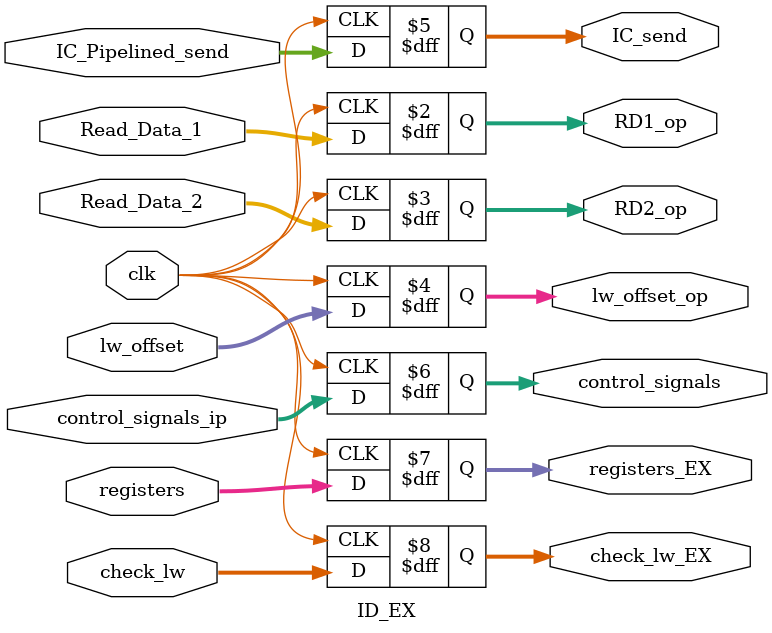
<source format=v>
module ID_EX(
    input [31:0] Read_Data_1,
    input [31:0] Read_Data_2,
    input [31:0] lw_offset,
    input [9:0] IC_Pipelined_send,
    input [8:0] control_signals_ip,
    input clk,
    input [14:0] registers,
    input [5:0] check_lw,
    output reg [31:0] RD1_op,
    output reg [31:0] RD2_op,
    output reg [31:0] lw_offset_op,
    output reg [9:0] IC_send,
    output reg [8:0] control_signals,
    output reg [14:0] registers_EX,
    output reg [5:0] check_lw_EX
);

always@(posedge clk) begin
    RD1_op <= Read_Data_1;
    RD2_op <= Read_Data_2;
    lw_offset_op <= lw_offset;
    IC_send <= IC_Pipelined_send;
    control_signals <= control_signals_ip;
    registers_EX <= registers;
    check_lw_EX <= check_lw;
end

endmodule
</source>
